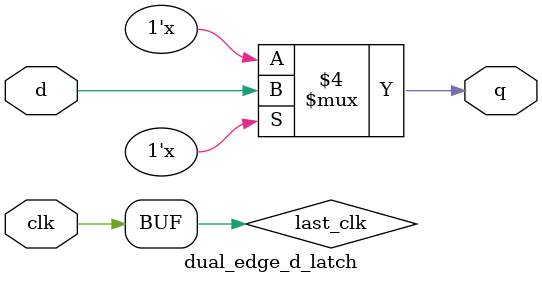
<source format=sv>
module dual_edge_d_latch (
    input wire d,
    input wire clk,
    output reg q
);
    reg last_clk;
    
    always @* begin
        if (clk != last_clk)
            q = d;
        last_clk = clk;
    end
endmodule

</source>
